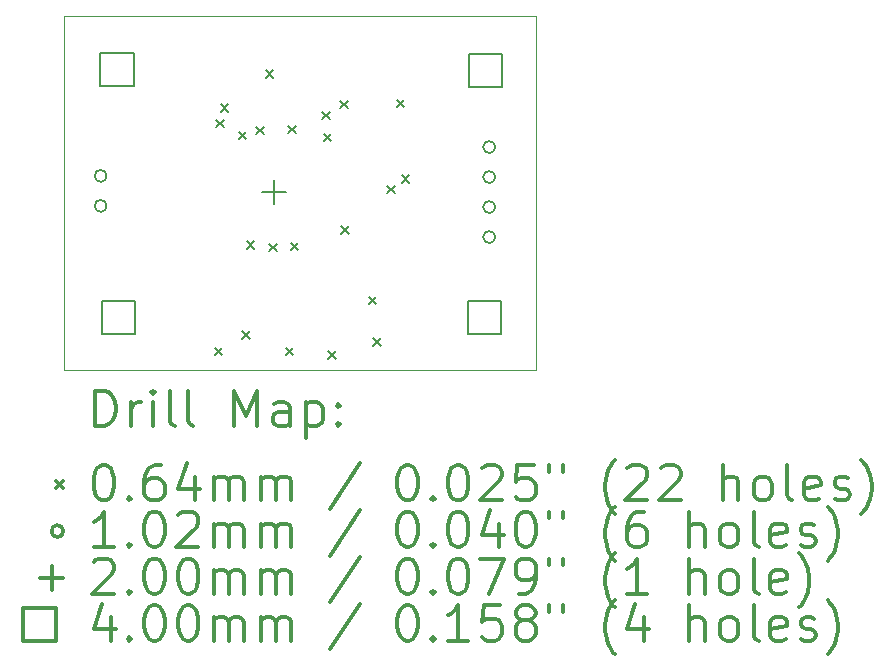
<source format=gbr>
%FSLAX45Y45*%
G04 Gerber Fmt 4.5, Leading zero omitted, Abs format (unit mm)*
G04 Created by KiCad (PCBNEW (2014-10-27 BZR 5228)-product) date 19/01/2015 07:29:36*
%MOMM*%
G01*
G04 APERTURE LIST*
%ADD10C,0.127000*%
%ADD11C,0.100000*%
%ADD12C,0.200000*%
%ADD13C,0.300000*%
G04 APERTURE END LIST*
D10*
D11*
X12400000Y-10000000D02*
X16400000Y-10000000D01*
X16400000Y-13000000D02*
X12400000Y-13000000D01*
X12400000Y-13000000D02*
X12400000Y-10000000D01*
X16400000Y-10000000D02*
X16400000Y-13000000D01*
D12*
X13678250Y-12808250D02*
X13741750Y-12871750D01*
X13741750Y-12808250D02*
X13678250Y-12871750D01*
X13688250Y-10878250D02*
X13751750Y-10941750D01*
X13751750Y-10878250D02*
X13688250Y-10941750D01*
X13728250Y-10748250D02*
X13791750Y-10811750D01*
X13791750Y-10748250D02*
X13728250Y-10811750D01*
X13878250Y-10978250D02*
X13941750Y-11041750D01*
X13941750Y-10978250D02*
X13878250Y-11041750D01*
X13908250Y-12668250D02*
X13971750Y-12731750D01*
X13971750Y-12668250D02*
X13908250Y-12731750D01*
X13948250Y-11908250D02*
X14011750Y-11971750D01*
X14011750Y-11908250D02*
X13948250Y-11971750D01*
X14028250Y-10938250D02*
X14091750Y-11001750D01*
X14091750Y-10938250D02*
X14028250Y-11001750D01*
X14108250Y-10458250D02*
X14171750Y-10521750D01*
X14171750Y-10458250D02*
X14108250Y-10521750D01*
X14138250Y-11928250D02*
X14201750Y-11991750D01*
X14201750Y-11928250D02*
X14138250Y-11991750D01*
X14278250Y-12808250D02*
X14341750Y-12871750D01*
X14341750Y-12808250D02*
X14278250Y-12871750D01*
X14298250Y-10928250D02*
X14361750Y-10991750D01*
X14361750Y-10928250D02*
X14298250Y-10991750D01*
X14318250Y-11918250D02*
X14381750Y-11981750D01*
X14381750Y-11918250D02*
X14318250Y-11981750D01*
X14588250Y-10808250D02*
X14651750Y-10871750D01*
X14651750Y-10808250D02*
X14588250Y-10871750D01*
X14598250Y-10998250D02*
X14661750Y-11061750D01*
X14661750Y-10998250D02*
X14598250Y-11061750D01*
X14638250Y-12838250D02*
X14701750Y-12901750D01*
X14701750Y-12838250D02*
X14638250Y-12901750D01*
X14738250Y-10718250D02*
X14801750Y-10781750D01*
X14801750Y-10718250D02*
X14738250Y-10781750D01*
X14748250Y-11778250D02*
X14811750Y-11841750D01*
X14811750Y-11778250D02*
X14748250Y-11841750D01*
X14978250Y-12378250D02*
X15041750Y-12441750D01*
X15041750Y-12378250D02*
X14978250Y-12441750D01*
X15018250Y-12728250D02*
X15081750Y-12791750D01*
X15081750Y-12728250D02*
X15018250Y-12791750D01*
X15138250Y-11438250D02*
X15201750Y-11501750D01*
X15201750Y-11438250D02*
X15138250Y-11501750D01*
X15218250Y-10708250D02*
X15281750Y-10771750D01*
X15281750Y-10708250D02*
X15218250Y-10771750D01*
X15258250Y-11348250D02*
X15321750Y-11411750D01*
X15321750Y-11348250D02*
X15258250Y-11411750D01*
X12760800Y-11353000D02*
G75*
G03X12760800Y-11353000I-50800J0D01*
G01*
X12760800Y-11607000D02*
G75*
G03X12760800Y-11607000I-50800J0D01*
G01*
X16050800Y-11109000D02*
G75*
G03X16050800Y-11109000I-50800J0D01*
G01*
X16050800Y-11363000D02*
G75*
G03X16050800Y-11363000I-50800J0D01*
G01*
X16050800Y-11617000D02*
G75*
G03X16050800Y-11617000I-50800J0D01*
G01*
X16050800Y-11871000D02*
G75*
G03X16050800Y-11871000I-50800J0D01*
G01*
X14180000Y-11390000D02*
X14180000Y-11590000D01*
X14080000Y-11490000D02*
X14280000Y-11490000D01*
X12991440Y-10591440D02*
X12991440Y-10308560D01*
X12708560Y-10308560D01*
X12708560Y-10591440D01*
X12991440Y-10591440D01*
X13001440Y-12691440D02*
X13001440Y-12408560D01*
X12718560Y-12408560D01*
X12718560Y-12691440D01*
X13001440Y-12691440D01*
X16101440Y-12691440D02*
X16101440Y-12408560D01*
X15818560Y-12408560D01*
X15818560Y-12691440D01*
X16101440Y-12691440D01*
X16111440Y-10601440D02*
X16111440Y-10318560D01*
X15828560Y-10318560D01*
X15828560Y-10601440D01*
X16111440Y-10601440D01*
D13*
X12666428Y-13470714D02*
X12666428Y-13170714D01*
X12737857Y-13170714D01*
X12780714Y-13185000D01*
X12809286Y-13213571D01*
X12823571Y-13242143D01*
X12837857Y-13299286D01*
X12837857Y-13342143D01*
X12823571Y-13399286D01*
X12809286Y-13427857D01*
X12780714Y-13456429D01*
X12737857Y-13470714D01*
X12666428Y-13470714D01*
X12966428Y-13470714D02*
X12966428Y-13270714D01*
X12966428Y-13327857D02*
X12980714Y-13299286D01*
X12995000Y-13285000D01*
X13023571Y-13270714D01*
X13052143Y-13270714D01*
X13152143Y-13470714D02*
X13152143Y-13270714D01*
X13152143Y-13170714D02*
X13137857Y-13185000D01*
X13152143Y-13199286D01*
X13166428Y-13185000D01*
X13152143Y-13170714D01*
X13152143Y-13199286D01*
X13337857Y-13470714D02*
X13309286Y-13456429D01*
X13295000Y-13427857D01*
X13295000Y-13170714D01*
X13495000Y-13470714D02*
X13466428Y-13456429D01*
X13452143Y-13427857D01*
X13452143Y-13170714D01*
X13837857Y-13470714D02*
X13837857Y-13170714D01*
X13937857Y-13385000D01*
X14037857Y-13170714D01*
X14037857Y-13470714D01*
X14309286Y-13470714D02*
X14309286Y-13313571D01*
X14295000Y-13285000D01*
X14266428Y-13270714D01*
X14209286Y-13270714D01*
X14180714Y-13285000D01*
X14309286Y-13456429D02*
X14280714Y-13470714D01*
X14209286Y-13470714D01*
X14180714Y-13456429D01*
X14166428Y-13427857D01*
X14166428Y-13399286D01*
X14180714Y-13370714D01*
X14209286Y-13356429D01*
X14280714Y-13356429D01*
X14309286Y-13342143D01*
X14452143Y-13270714D02*
X14452143Y-13570714D01*
X14452143Y-13285000D02*
X14480714Y-13270714D01*
X14537857Y-13270714D01*
X14566428Y-13285000D01*
X14580714Y-13299286D01*
X14595000Y-13327857D01*
X14595000Y-13413571D01*
X14580714Y-13442143D01*
X14566428Y-13456429D01*
X14537857Y-13470714D01*
X14480714Y-13470714D01*
X14452143Y-13456429D01*
X14723571Y-13442143D02*
X14737857Y-13456429D01*
X14723571Y-13470714D01*
X14709286Y-13456429D01*
X14723571Y-13442143D01*
X14723571Y-13470714D01*
X14723571Y-13285000D02*
X14737857Y-13299286D01*
X14723571Y-13313571D01*
X14709286Y-13299286D01*
X14723571Y-13285000D01*
X14723571Y-13313571D01*
X12331500Y-13933250D02*
X12395000Y-13996750D01*
X12395000Y-13933250D02*
X12331500Y-13996750D01*
X12723571Y-13800714D02*
X12752143Y-13800714D01*
X12780714Y-13815000D01*
X12795000Y-13829286D01*
X12809286Y-13857857D01*
X12823571Y-13915000D01*
X12823571Y-13986429D01*
X12809286Y-14043571D01*
X12795000Y-14072143D01*
X12780714Y-14086429D01*
X12752143Y-14100714D01*
X12723571Y-14100714D01*
X12695000Y-14086429D01*
X12680714Y-14072143D01*
X12666428Y-14043571D01*
X12652143Y-13986429D01*
X12652143Y-13915000D01*
X12666428Y-13857857D01*
X12680714Y-13829286D01*
X12695000Y-13815000D01*
X12723571Y-13800714D01*
X12952143Y-14072143D02*
X12966428Y-14086429D01*
X12952143Y-14100714D01*
X12937857Y-14086429D01*
X12952143Y-14072143D01*
X12952143Y-14100714D01*
X13223571Y-13800714D02*
X13166428Y-13800714D01*
X13137857Y-13815000D01*
X13123571Y-13829286D01*
X13095000Y-13872143D01*
X13080714Y-13929286D01*
X13080714Y-14043571D01*
X13095000Y-14072143D01*
X13109286Y-14086429D01*
X13137857Y-14100714D01*
X13195000Y-14100714D01*
X13223571Y-14086429D01*
X13237857Y-14072143D01*
X13252143Y-14043571D01*
X13252143Y-13972143D01*
X13237857Y-13943571D01*
X13223571Y-13929286D01*
X13195000Y-13915000D01*
X13137857Y-13915000D01*
X13109286Y-13929286D01*
X13095000Y-13943571D01*
X13080714Y-13972143D01*
X13509286Y-13900714D02*
X13509286Y-14100714D01*
X13437857Y-13786429D02*
X13366428Y-14000714D01*
X13552143Y-14000714D01*
X13666428Y-14100714D02*
X13666428Y-13900714D01*
X13666428Y-13929286D02*
X13680714Y-13915000D01*
X13709286Y-13900714D01*
X13752143Y-13900714D01*
X13780714Y-13915000D01*
X13795000Y-13943571D01*
X13795000Y-14100714D01*
X13795000Y-13943571D02*
X13809286Y-13915000D01*
X13837857Y-13900714D01*
X13880714Y-13900714D01*
X13909286Y-13915000D01*
X13923571Y-13943571D01*
X13923571Y-14100714D01*
X14066428Y-14100714D02*
X14066428Y-13900714D01*
X14066428Y-13929286D02*
X14080714Y-13915000D01*
X14109286Y-13900714D01*
X14152143Y-13900714D01*
X14180714Y-13915000D01*
X14195000Y-13943571D01*
X14195000Y-14100714D01*
X14195000Y-13943571D02*
X14209286Y-13915000D01*
X14237857Y-13900714D01*
X14280714Y-13900714D01*
X14309286Y-13915000D01*
X14323571Y-13943571D01*
X14323571Y-14100714D01*
X14909286Y-13786429D02*
X14652143Y-14172143D01*
X15295000Y-13800714D02*
X15323571Y-13800714D01*
X15352143Y-13815000D01*
X15366428Y-13829286D01*
X15380714Y-13857857D01*
X15395000Y-13915000D01*
X15395000Y-13986429D01*
X15380714Y-14043571D01*
X15366428Y-14072143D01*
X15352143Y-14086429D01*
X15323571Y-14100714D01*
X15295000Y-14100714D01*
X15266428Y-14086429D01*
X15252143Y-14072143D01*
X15237857Y-14043571D01*
X15223571Y-13986429D01*
X15223571Y-13915000D01*
X15237857Y-13857857D01*
X15252143Y-13829286D01*
X15266428Y-13815000D01*
X15295000Y-13800714D01*
X15523571Y-14072143D02*
X15537857Y-14086429D01*
X15523571Y-14100714D01*
X15509286Y-14086429D01*
X15523571Y-14072143D01*
X15523571Y-14100714D01*
X15723571Y-13800714D02*
X15752143Y-13800714D01*
X15780714Y-13815000D01*
X15795000Y-13829286D01*
X15809285Y-13857857D01*
X15823571Y-13915000D01*
X15823571Y-13986429D01*
X15809285Y-14043571D01*
X15795000Y-14072143D01*
X15780714Y-14086429D01*
X15752143Y-14100714D01*
X15723571Y-14100714D01*
X15695000Y-14086429D01*
X15680714Y-14072143D01*
X15666428Y-14043571D01*
X15652143Y-13986429D01*
X15652143Y-13915000D01*
X15666428Y-13857857D01*
X15680714Y-13829286D01*
X15695000Y-13815000D01*
X15723571Y-13800714D01*
X15937857Y-13829286D02*
X15952143Y-13815000D01*
X15980714Y-13800714D01*
X16052143Y-13800714D01*
X16080714Y-13815000D01*
X16095000Y-13829286D01*
X16109285Y-13857857D01*
X16109285Y-13886429D01*
X16095000Y-13929286D01*
X15923571Y-14100714D01*
X16109285Y-14100714D01*
X16380714Y-13800714D02*
X16237857Y-13800714D01*
X16223571Y-13943571D01*
X16237857Y-13929286D01*
X16266428Y-13915000D01*
X16337857Y-13915000D01*
X16366428Y-13929286D01*
X16380714Y-13943571D01*
X16395000Y-13972143D01*
X16395000Y-14043571D01*
X16380714Y-14072143D01*
X16366428Y-14086429D01*
X16337857Y-14100714D01*
X16266428Y-14100714D01*
X16237857Y-14086429D01*
X16223571Y-14072143D01*
X16509286Y-13800714D02*
X16509286Y-13857857D01*
X16623571Y-13800714D02*
X16623571Y-13857857D01*
X17066428Y-14215000D02*
X17052143Y-14200714D01*
X17023571Y-14157857D01*
X17009286Y-14129286D01*
X16995000Y-14086429D01*
X16980714Y-14015000D01*
X16980714Y-13957857D01*
X16995000Y-13886429D01*
X17009286Y-13843571D01*
X17023571Y-13815000D01*
X17052143Y-13772143D01*
X17066428Y-13757857D01*
X17166428Y-13829286D02*
X17180714Y-13815000D01*
X17209286Y-13800714D01*
X17280714Y-13800714D01*
X17309286Y-13815000D01*
X17323571Y-13829286D01*
X17337857Y-13857857D01*
X17337857Y-13886429D01*
X17323571Y-13929286D01*
X17152143Y-14100714D01*
X17337857Y-14100714D01*
X17452143Y-13829286D02*
X17466428Y-13815000D01*
X17495000Y-13800714D01*
X17566428Y-13800714D01*
X17595000Y-13815000D01*
X17609286Y-13829286D01*
X17623571Y-13857857D01*
X17623571Y-13886429D01*
X17609286Y-13929286D01*
X17437857Y-14100714D01*
X17623571Y-14100714D01*
X17980714Y-14100714D02*
X17980714Y-13800714D01*
X18109286Y-14100714D02*
X18109286Y-13943571D01*
X18095000Y-13915000D01*
X18066428Y-13900714D01*
X18023571Y-13900714D01*
X17995000Y-13915000D01*
X17980714Y-13929286D01*
X18295000Y-14100714D02*
X18266428Y-14086429D01*
X18252143Y-14072143D01*
X18237857Y-14043571D01*
X18237857Y-13957857D01*
X18252143Y-13929286D01*
X18266428Y-13915000D01*
X18295000Y-13900714D01*
X18337857Y-13900714D01*
X18366428Y-13915000D01*
X18380714Y-13929286D01*
X18395000Y-13957857D01*
X18395000Y-14043571D01*
X18380714Y-14072143D01*
X18366428Y-14086429D01*
X18337857Y-14100714D01*
X18295000Y-14100714D01*
X18566428Y-14100714D02*
X18537857Y-14086429D01*
X18523571Y-14057857D01*
X18523571Y-13800714D01*
X18795000Y-14086429D02*
X18766429Y-14100714D01*
X18709286Y-14100714D01*
X18680714Y-14086429D01*
X18666429Y-14057857D01*
X18666429Y-13943571D01*
X18680714Y-13915000D01*
X18709286Y-13900714D01*
X18766429Y-13900714D01*
X18795000Y-13915000D01*
X18809286Y-13943571D01*
X18809286Y-13972143D01*
X18666429Y-14000714D01*
X18923571Y-14086429D02*
X18952143Y-14100714D01*
X19009286Y-14100714D01*
X19037857Y-14086429D01*
X19052143Y-14057857D01*
X19052143Y-14043571D01*
X19037857Y-14015000D01*
X19009286Y-14000714D01*
X18966429Y-14000714D01*
X18937857Y-13986429D01*
X18923571Y-13957857D01*
X18923571Y-13943571D01*
X18937857Y-13915000D01*
X18966429Y-13900714D01*
X19009286Y-13900714D01*
X19037857Y-13915000D01*
X19152143Y-14215000D02*
X19166429Y-14200714D01*
X19195000Y-14157857D01*
X19209286Y-14129286D01*
X19223571Y-14086429D01*
X19237857Y-14015000D01*
X19237857Y-13957857D01*
X19223571Y-13886429D01*
X19209286Y-13843571D01*
X19195000Y-13815000D01*
X19166429Y-13772143D01*
X19152143Y-13757857D01*
X12395000Y-14361000D02*
G75*
G03X12395000Y-14361000I-50800J0D01*
G01*
X12823571Y-14496714D02*
X12652143Y-14496714D01*
X12737857Y-14496714D02*
X12737857Y-14196714D01*
X12709286Y-14239571D01*
X12680714Y-14268143D01*
X12652143Y-14282429D01*
X12952143Y-14468143D02*
X12966428Y-14482429D01*
X12952143Y-14496714D01*
X12937857Y-14482429D01*
X12952143Y-14468143D01*
X12952143Y-14496714D01*
X13152143Y-14196714D02*
X13180714Y-14196714D01*
X13209286Y-14211000D01*
X13223571Y-14225286D01*
X13237857Y-14253857D01*
X13252143Y-14311000D01*
X13252143Y-14382429D01*
X13237857Y-14439571D01*
X13223571Y-14468143D01*
X13209286Y-14482429D01*
X13180714Y-14496714D01*
X13152143Y-14496714D01*
X13123571Y-14482429D01*
X13109286Y-14468143D01*
X13095000Y-14439571D01*
X13080714Y-14382429D01*
X13080714Y-14311000D01*
X13095000Y-14253857D01*
X13109286Y-14225286D01*
X13123571Y-14211000D01*
X13152143Y-14196714D01*
X13366428Y-14225286D02*
X13380714Y-14211000D01*
X13409286Y-14196714D01*
X13480714Y-14196714D01*
X13509286Y-14211000D01*
X13523571Y-14225286D01*
X13537857Y-14253857D01*
X13537857Y-14282429D01*
X13523571Y-14325286D01*
X13352143Y-14496714D01*
X13537857Y-14496714D01*
X13666428Y-14496714D02*
X13666428Y-14296714D01*
X13666428Y-14325286D02*
X13680714Y-14311000D01*
X13709286Y-14296714D01*
X13752143Y-14296714D01*
X13780714Y-14311000D01*
X13795000Y-14339571D01*
X13795000Y-14496714D01*
X13795000Y-14339571D02*
X13809286Y-14311000D01*
X13837857Y-14296714D01*
X13880714Y-14296714D01*
X13909286Y-14311000D01*
X13923571Y-14339571D01*
X13923571Y-14496714D01*
X14066428Y-14496714D02*
X14066428Y-14296714D01*
X14066428Y-14325286D02*
X14080714Y-14311000D01*
X14109286Y-14296714D01*
X14152143Y-14296714D01*
X14180714Y-14311000D01*
X14195000Y-14339571D01*
X14195000Y-14496714D01*
X14195000Y-14339571D02*
X14209286Y-14311000D01*
X14237857Y-14296714D01*
X14280714Y-14296714D01*
X14309286Y-14311000D01*
X14323571Y-14339571D01*
X14323571Y-14496714D01*
X14909286Y-14182429D02*
X14652143Y-14568143D01*
X15295000Y-14196714D02*
X15323571Y-14196714D01*
X15352143Y-14211000D01*
X15366428Y-14225286D01*
X15380714Y-14253857D01*
X15395000Y-14311000D01*
X15395000Y-14382429D01*
X15380714Y-14439571D01*
X15366428Y-14468143D01*
X15352143Y-14482429D01*
X15323571Y-14496714D01*
X15295000Y-14496714D01*
X15266428Y-14482429D01*
X15252143Y-14468143D01*
X15237857Y-14439571D01*
X15223571Y-14382429D01*
X15223571Y-14311000D01*
X15237857Y-14253857D01*
X15252143Y-14225286D01*
X15266428Y-14211000D01*
X15295000Y-14196714D01*
X15523571Y-14468143D02*
X15537857Y-14482429D01*
X15523571Y-14496714D01*
X15509286Y-14482429D01*
X15523571Y-14468143D01*
X15523571Y-14496714D01*
X15723571Y-14196714D02*
X15752143Y-14196714D01*
X15780714Y-14211000D01*
X15795000Y-14225286D01*
X15809285Y-14253857D01*
X15823571Y-14311000D01*
X15823571Y-14382429D01*
X15809285Y-14439571D01*
X15795000Y-14468143D01*
X15780714Y-14482429D01*
X15752143Y-14496714D01*
X15723571Y-14496714D01*
X15695000Y-14482429D01*
X15680714Y-14468143D01*
X15666428Y-14439571D01*
X15652143Y-14382429D01*
X15652143Y-14311000D01*
X15666428Y-14253857D01*
X15680714Y-14225286D01*
X15695000Y-14211000D01*
X15723571Y-14196714D01*
X16080714Y-14296714D02*
X16080714Y-14496714D01*
X16009285Y-14182429D02*
X15937857Y-14396714D01*
X16123571Y-14396714D01*
X16295000Y-14196714D02*
X16323571Y-14196714D01*
X16352143Y-14211000D01*
X16366428Y-14225286D01*
X16380714Y-14253857D01*
X16395000Y-14311000D01*
X16395000Y-14382429D01*
X16380714Y-14439571D01*
X16366428Y-14468143D01*
X16352143Y-14482429D01*
X16323571Y-14496714D01*
X16295000Y-14496714D01*
X16266428Y-14482429D01*
X16252143Y-14468143D01*
X16237857Y-14439571D01*
X16223571Y-14382429D01*
X16223571Y-14311000D01*
X16237857Y-14253857D01*
X16252143Y-14225286D01*
X16266428Y-14211000D01*
X16295000Y-14196714D01*
X16509286Y-14196714D02*
X16509286Y-14253857D01*
X16623571Y-14196714D02*
X16623571Y-14253857D01*
X17066428Y-14611000D02*
X17052143Y-14596714D01*
X17023571Y-14553857D01*
X17009286Y-14525286D01*
X16995000Y-14482429D01*
X16980714Y-14411000D01*
X16980714Y-14353857D01*
X16995000Y-14282429D01*
X17009286Y-14239571D01*
X17023571Y-14211000D01*
X17052143Y-14168143D01*
X17066428Y-14153857D01*
X17309286Y-14196714D02*
X17252143Y-14196714D01*
X17223571Y-14211000D01*
X17209286Y-14225286D01*
X17180714Y-14268143D01*
X17166428Y-14325286D01*
X17166428Y-14439571D01*
X17180714Y-14468143D01*
X17195000Y-14482429D01*
X17223571Y-14496714D01*
X17280714Y-14496714D01*
X17309286Y-14482429D01*
X17323571Y-14468143D01*
X17337857Y-14439571D01*
X17337857Y-14368143D01*
X17323571Y-14339571D01*
X17309286Y-14325286D01*
X17280714Y-14311000D01*
X17223571Y-14311000D01*
X17195000Y-14325286D01*
X17180714Y-14339571D01*
X17166428Y-14368143D01*
X17695000Y-14496714D02*
X17695000Y-14196714D01*
X17823571Y-14496714D02*
X17823571Y-14339571D01*
X17809286Y-14311000D01*
X17780714Y-14296714D01*
X17737857Y-14296714D01*
X17709286Y-14311000D01*
X17695000Y-14325286D01*
X18009286Y-14496714D02*
X17980714Y-14482429D01*
X17966428Y-14468143D01*
X17952143Y-14439571D01*
X17952143Y-14353857D01*
X17966428Y-14325286D01*
X17980714Y-14311000D01*
X18009286Y-14296714D01*
X18052143Y-14296714D01*
X18080714Y-14311000D01*
X18095000Y-14325286D01*
X18109286Y-14353857D01*
X18109286Y-14439571D01*
X18095000Y-14468143D01*
X18080714Y-14482429D01*
X18052143Y-14496714D01*
X18009286Y-14496714D01*
X18280714Y-14496714D02*
X18252143Y-14482429D01*
X18237857Y-14453857D01*
X18237857Y-14196714D01*
X18509286Y-14482429D02*
X18480714Y-14496714D01*
X18423571Y-14496714D01*
X18395000Y-14482429D01*
X18380714Y-14453857D01*
X18380714Y-14339571D01*
X18395000Y-14311000D01*
X18423571Y-14296714D01*
X18480714Y-14296714D01*
X18509286Y-14311000D01*
X18523571Y-14339571D01*
X18523571Y-14368143D01*
X18380714Y-14396714D01*
X18637857Y-14482429D02*
X18666429Y-14496714D01*
X18723571Y-14496714D01*
X18752143Y-14482429D01*
X18766429Y-14453857D01*
X18766429Y-14439571D01*
X18752143Y-14411000D01*
X18723571Y-14396714D01*
X18680714Y-14396714D01*
X18652143Y-14382429D01*
X18637857Y-14353857D01*
X18637857Y-14339571D01*
X18652143Y-14311000D01*
X18680714Y-14296714D01*
X18723571Y-14296714D01*
X18752143Y-14311000D01*
X18866428Y-14611000D02*
X18880714Y-14596714D01*
X18909286Y-14553857D01*
X18923571Y-14525286D01*
X18937857Y-14482429D01*
X18952143Y-14411000D01*
X18952143Y-14353857D01*
X18937857Y-14282429D01*
X18923571Y-14239571D01*
X18909286Y-14211000D01*
X18880714Y-14168143D01*
X18866428Y-14153857D01*
X12295000Y-14657000D02*
X12295000Y-14857000D01*
X12195000Y-14757000D02*
X12395000Y-14757000D01*
X12652143Y-14621286D02*
X12666428Y-14607000D01*
X12695000Y-14592714D01*
X12766428Y-14592714D01*
X12795000Y-14607000D01*
X12809286Y-14621286D01*
X12823571Y-14649857D01*
X12823571Y-14678429D01*
X12809286Y-14721286D01*
X12637857Y-14892714D01*
X12823571Y-14892714D01*
X12952143Y-14864143D02*
X12966428Y-14878429D01*
X12952143Y-14892714D01*
X12937857Y-14878429D01*
X12952143Y-14864143D01*
X12952143Y-14892714D01*
X13152143Y-14592714D02*
X13180714Y-14592714D01*
X13209286Y-14607000D01*
X13223571Y-14621286D01*
X13237857Y-14649857D01*
X13252143Y-14707000D01*
X13252143Y-14778429D01*
X13237857Y-14835571D01*
X13223571Y-14864143D01*
X13209286Y-14878429D01*
X13180714Y-14892714D01*
X13152143Y-14892714D01*
X13123571Y-14878429D01*
X13109286Y-14864143D01*
X13095000Y-14835571D01*
X13080714Y-14778429D01*
X13080714Y-14707000D01*
X13095000Y-14649857D01*
X13109286Y-14621286D01*
X13123571Y-14607000D01*
X13152143Y-14592714D01*
X13437857Y-14592714D02*
X13466428Y-14592714D01*
X13495000Y-14607000D01*
X13509286Y-14621286D01*
X13523571Y-14649857D01*
X13537857Y-14707000D01*
X13537857Y-14778429D01*
X13523571Y-14835571D01*
X13509286Y-14864143D01*
X13495000Y-14878429D01*
X13466428Y-14892714D01*
X13437857Y-14892714D01*
X13409286Y-14878429D01*
X13395000Y-14864143D01*
X13380714Y-14835571D01*
X13366428Y-14778429D01*
X13366428Y-14707000D01*
X13380714Y-14649857D01*
X13395000Y-14621286D01*
X13409286Y-14607000D01*
X13437857Y-14592714D01*
X13666428Y-14892714D02*
X13666428Y-14692714D01*
X13666428Y-14721286D02*
X13680714Y-14707000D01*
X13709286Y-14692714D01*
X13752143Y-14692714D01*
X13780714Y-14707000D01*
X13795000Y-14735571D01*
X13795000Y-14892714D01*
X13795000Y-14735571D02*
X13809286Y-14707000D01*
X13837857Y-14692714D01*
X13880714Y-14692714D01*
X13909286Y-14707000D01*
X13923571Y-14735571D01*
X13923571Y-14892714D01*
X14066428Y-14892714D02*
X14066428Y-14692714D01*
X14066428Y-14721286D02*
X14080714Y-14707000D01*
X14109286Y-14692714D01*
X14152143Y-14692714D01*
X14180714Y-14707000D01*
X14195000Y-14735571D01*
X14195000Y-14892714D01*
X14195000Y-14735571D02*
X14209286Y-14707000D01*
X14237857Y-14692714D01*
X14280714Y-14692714D01*
X14309286Y-14707000D01*
X14323571Y-14735571D01*
X14323571Y-14892714D01*
X14909286Y-14578429D02*
X14652143Y-14964143D01*
X15295000Y-14592714D02*
X15323571Y-14592714D01*
X15352143Y-14607000D01*
X15366428Y-14621286D01*
X15380714Y-14649857D01*
X15395000Y-14707000D01*
X15395000Y-14778429D01*
X15380714Y-14835571D01*
X15366428Y-14864143D01*
X15352143Y-14878429D01*
X15323571Y-14892714D01*
X15295000Y-14892714D01*
X15266428Y-14878429D01*
X15252143Y-14864143D01*
X15237857Y-14835571D01*
X15223571Y-14778429D01*
X15223571Y-14707000D01*
X15237857Y-14649857D01*
X15252143Y-14621286D01*
X15266428Y-14607000D01*
X15295000Y-14592714D01*
X15523571Y-14864143D02*
X15537857Y-14878429D01*
X15523571Y-14892714D01*
X15509286Y-14878429D01*
X15523571Y-14864143D01*
X15523571Y-14892714D01*
X15723571Y-14592714D02*
X15752143Y-14592714D01*
X15780714Y-14607000D01*
X15795000Y-14621286D01*
X15809285Y-14649857D01*
X15823571Y-14707000D01*
X15823571Y-14778429D01*
X15809285Y-14835571D01*
X15795000Y-14864143D01*
X15780714Y-14878429D01*
X15752143Y-14892714D01*
X15723571Y-14892714D01*
X15695000Y-14878429D01*
X15680714Y-14864143D01*
X15666428Y-14835571D01*
X15652143Y-14778429D01*
X15652143Y-14707000D01*
X15666428Y-14649857D01*
X15680714Y-14621286D01*
X15695000Y-14607000D01*
X15723571Y-14592714D01*
X15923571Y-14592714D02*
X16123571Y-14592714D01*
X15995000Y-14892714D01*
X16252143Y-14892714D02*
X16309285Y-14892714D01*
X16337857Y-14878429D01*
X16352143Y-14864143D01*
X16380714Y-14821286D01*
X16395000Y-14764143D01*
X16395000Y-14649857D01*
X16380714Y-14621286D01*
X16366428Y-14607000D01*
X16337857Y-14592714D01*
X16280714Y-14592714D01*
X16252143Y-14607000D01*
X16237857Y-14621286D01*
X16223571Y-14649857D01*
X16223571Y-14721286D01*
X16237857Y-14749857D01*
X16252143Y-14764143D01*
X16280714Y-14778429D01*
X16337857Y-14778429D01*
X16366428Y-14764143D01*
X16380714Y-14749857D01*
X16395000Y-14721286D01*
X16509286Y-14592714D02*
X16509286Y-14649857D01*
X16623571Y-14592714D02*
X16623571Y-14649857D01*
X17066428Y-15007000D02*
X17052143Y-14992714D01*
X17023571Y-14949857D01*
X17009286Y-14921286D01*
X16995000Y-14878429D01*
X16980714Y-14807000D01*
X16980714Y-14749857D01*
X16995000Y-14678429D01*
X17009286Y-14635571D01*
X17023571Y-14607000D01*
X17052143Y-14564143D01*
X17066428Y-14549857D01*
X17337857Y-14892714D02*
X17166428Y-14892714D01*
X17252143Y-14892714D02*
X17252143Y-14592714D01*
X17223571Y-14635571D01*
X17195000Y-14664143D01*
X17166428Y-14678429D01*
X17695000Y-14892714D02*
X17695000Y-14592714D01*
X17823571Y-14892714D02*
X17823571Y-14735571D01*
X17809286Y-14707000D01*
X17780714Y-14692714D01*
X17737857Y-14692714D01*
X17709286Y-14707000D01*
X17695000Y-14721286D01*
X18009286Y-14892714D02*
X17980714Y-14878429D01*
X17966428Y-14864143D01*
X17952143Y-14835571D01*
X17952143Y-14749857D01*
X17966428Y-14721286D01*
X17980714Y-14707000D01*
X18009286Y-14692714D01*
X18052143Y-14692714D01*
X18080714Y-14707000D01*
X18095000Y-14721286D01*
X18109286Y-14749857D01*
X18109286Y-14835571D01*
X18095000Y-14864143D01*
X18080714Y-14878429D01*
X18052143Y-14892714D01*
X18009286Y-14892714D01*
X18280714Y-14892714D02*
X18252143Y-14878429D01*
X18237857Y-14849857D01*
X18237857Y-14592714D01*
X18509286Y-14878429D02*
X18480714Y-14892714D01*
X18423571Y-14892714D01*
X18395000Y-14878429D01*
X18380714Y-14849857D01*
X18380714Y-14735571D01*
X18395000Y-14707000D01*
X18423571Y-14692714D01*
X18480714Y-14692714D01*
X18509286Y-14707000D01*
X18523571Y-14735571D01*
X18523571Y-14764143D01*
X18380714Y-14792714D01*
X18623571Y-15007000D02*
X18637857Y-14992714D01*
X18666429Y-14949857D01*
X18680714Y-14921286D01*
X18695000Y-14878429D01*
X18709286Y-14807000D01*
X18709286Y-14749857D01*
X18695000Y-14678429D01*
X18680714Y-14635571D01*
X18666429Y-14607000D01*
X18637857Y-14564143D01*
X18623571Y-14549857D01*
X12336415Y-15294440D02*
X12336415Y-15011560D01*
X12053534Y-15011560D01*
X12053534Y-15294440D01*
X12336415Y-15294440D01*
X12795000Y-15088714D02*
X12795000Y-15288714D01*
X12723571Y-14974429D02*
X12652143Y-15188714D01*
X12837857Y-15188714D01*
X12952143Y-15260143D02*
X12966428Y-15274429D01*
X12952143Y-15288714D01*
X12937857Y-15274429D01*
X12952143Y-15260143D01*
X12952143Y-15288714D01*
X13152143Y-14988714D02*
X13180714Y-14988714D01*
X13209286Y-15003000D01*
X13223571Y-15017286D01*
X13237857Y-15045857D01*
X13252143Y-15103000D01*
X13252143Y-15174429D01*
X13237857Y-15231571D01*
X13223571Y-15260143D01*
X13209286Y-15274429D01*
X13180714Y-15288714D01*
X13152143Y-15288714D01*
X13123571Y-15274429D01*
X13109286Y-15260143D01*
X13095000Y-15231571D01*
X13080714Y-15174429D01*
X13080714Y-15103000D01*
X13095000Y-15045857D01*
X13109286Y-15017286D01*
X13123571Y-15003000D01*
X13152143Y-14988714D01*
X13437857Y-14988714D02*
X13466428Y-14988714D01*
X13495000Y-15003000D01*
X13509286Y-15017286D01*
X13523571Y-15045857D01*
X13537857Y-15103000D01*
X13537857Y-15174429D01*
X13523571Y-15231571D01*
X13509286Y-15260143D01*
X13495000Y-15274429D01*
X13466428Y-15288714D01*
X13437857Y-15288714D01*
X13409286Y-15274429D01*
X13395000Y-15260143D01*
X13380714Y-15231571D01*
X13366428Y-15174429D01*
X13366428Y-15103000D01*
X13380714Y-15045857D01*
X13395000Y-15017286D01*
X13409286Y-15003000D01*
X13437857Y-14988714D01*
X13666428Y-15288714D02*
X13666428Y-15088714D01*
X13666428Y-15117286D02*
X13680714Y-15103000D01*
X13709286Y-15088714D01*
X13752143Y-15088714D01*
X13780714Y-15103000D01*
X13795000Y-15131571D01*
X13795000Y-15288714D01*
X13795000Y-15131571D02*
X13809286Y-15103000D01*
X13837857Y-15088714D01*
X13880714Y-15088714D01*
X13909286Y-15103000D01*
X13923571Y-15131571D01*
X13923571Y-15288714D01*
X14066428Y-15288714D02*
X14066428Y-15088714D01*
X14066428Y-15117286D02*
X14080714Y-15103000D01*
X14109286Y-15088714D01*
X14152143Y-15088714D01*
X14180714Y-15103000D01*
X14195000Y-15131571D01*
X14195000Y-15288714D01*
X14195000Y-15131571D02*
X14209286Y-15103000D01*
X14237857Y-15088714D01*
X14280714Y-15088714D01*
X14309286Y-15103000D01*
X14323571Y-15131571D01*
X14323571Y-15288714D01*
X14909286Y-14974429D02*
X14652143Y-15360143D01*
X15295000Y-14988714D02*
X15323571Y-14988714D01*
X15352143Y-15003000D01*
X15366428Y-15017286D01*
X15380714Y-15045857D01*
X15395000Y-15103000D01*
X15395000Y-15174429D01*
X15380714Y-15231571D01*
X15366428Y-15260143D01*
X15352143Y-15274429D01*
X15323571Y-15288714D01*
X15295000Y-15288714D01*
X15266428Y-15274429D01*
X15252143Y-15260143D01*
X15237857Y-15231571D01*
X15223571Y-15174429D01*
X15223571Y-15103000D01*
X15237857Y-15045857D01*
X15252143Y-15017286D01*
X15266428Y-15003000D01*
X15295000Y-14988714D01*
X15523571Y-15260143D02*
X15537857Y-15274429D01*
X15523571Y-15288714D01*
X15509286Y-15274429D01*
X15523571Y-15260143D01*
X15523571Y-15288714D01*
X15823571Y-15288714D02*
X15652143Y-15288714D01*
X15737857Y-15288714D02*
X15737857Y-14988714D01*
X15709285Y-15031571D01*
X15680714Y-15060143D01*
X15652143Y-15074429D01*
X16095000Y-14988714D02*
X15952143Y-14988714D01*
X15937857Y-15131571D01*
X15952143Y-15117286D01*
X15980714Y-15103000D01*
X16052143Y-15103000D01*
X16080714Y-15117286D01*
X16095000Y-15131571D01*
X16109285Y-15160143D01*
X16109285Y-15231571D01*
X16095000Y-15260143D01*
X16080714Y-15274429D01*
X16052143Y-15288714D01*
X15980714Y-15288714D01*
X15952143Y-15274429D01*
X15937857Y-15260143D01*
X16280714Y-15117286D02*
X16252143Y-15103000D01*
X16237857Y-15088714D01*
X16223571Y-15060143D01*
X16223571Y-15045857D01*
X16237857Y-15017286D01*
X16252143Y-15003000D01*
X16280714Y-14988714D01*
X16337857Y-14988714D01*
X16366428Y-15003000D01*
X16380714Y-15017286D01*
X16395000Y-15045857D01*
X16395000Y-15060143D01*
X16380714Y-15088714D01*
X16366428Y-15103000D01*
X16337857Y-15117286D01*
X16280714Y-15117286D01*
X16252143Y-15131571D01*
X16237857Y-15145857D01*
X16223571Y-15174429D01*
X16223571Y-15231571D01*
X16237857Y-15260143D01*
X16252143Y-15274429D01*
X16280714Y-15288714D01*
X16337857Y-15288714D01*
X16366428Y-15274429D01*
X16380714Y-15260143D01*
X16395000Y-15231571D01*
X16395000Y-15174429D01*
X16380714Y-15145857D01*
X16366428Y-15131571D01*
X16337857Y-15117286D01*
X16509286Y-14988714D02*
X16509286Y-15045857D01*
X16623571Y-14988714D02*
X16623571Y-15045857D01*
X17066428Y-15403000D02*
X17052143Y-15388714D01*
X17023571Y-15345857D01*
X17009286Y-15317286D01*
X16995000Y-15274429D01*
X16980714Y-15203000D01*
X16980714Y-15145857D01*
X16995000Y-15074429D01*
X17009286Y-15031571D01*
X17023571Y-15003000D01*
X17052143Y-14960143D01*
X17066428Y-14945857D01*
X17309286Y-15088714D02*
X17309286Y-15288714D01*
X17237857Y-14974429D02*
X17166428Y-15188714D01*
X17352143Y-15188714D01*
X17695000Y-15288714D02*
X17695000Y-14988714D01*
X17823571Y-15288714D02*
X17823571Y-15131571D01*
X17809286Y-15103000D01*
X17780714Y-15088714D01*
X17737857Y-15088714D01*
X17709286Y-15103000D01*
X17695000Y-15117286D01*
X18009286Y-15288714D02*
X17980714Y-15274429D01*
X17966428Y-15260143D01*
X17952143Y-15231571D01*
X17952143Y-15145857D01*
X17966428Y-15117286D01*
X17980714Y-15103000D01*
X18009286Y-15088714D01*
X18052143Y-15088714D01*
X18080714Y-15103000D01*
X18095000Y-15117286D01*
X18109286Y-15145857D01*
X18109286Y-15231571D01*
X18095000Y-15260143D01*
X18080714Y-15274429D01*
X18052143Y-15288714D01*
X18009286Y-15288714D01*
X18280714Y-15288714D02*
X18252143Y-15274429D01*
X18237857Y-15245857D01*
X18237857Y-14988714D01*
X18509286Y-15274429D02*
X18480714Y-15288714D01*
X18423571Y-15288714D01*
X18395000Y-15274429D01*
X18380714Y-15245857D01*
X18380714Y-15131571D01*
X18395000Y-15103000D01*
X18423571Y-15088714D01*
X18480714Y-15088714D01*
X18509286Y-15103000D01*
X18523571Y-15131571D01*
X18523571Y-15160143D01*
X18380714Y-15188714D01*
X18637857Y-15274429D02*
X18666429Y-15288714D01*
X18723571Y-15288714D01*
X18752143Y-15274429D01*
X18766429Y-15245857D01*
X18766429Y-15231571D01*
X18752143Y-15203000D01*
X18723571Y-15188714D01*
X18680714Y-15188714D01*
X18652143Y-15174429D01*
X18637857Y-15145857D01*
X18637857Y-15131571D01*
X18652143Y-15103000D01*
X18680714Y-15088714D01*
X18723571Y-15088714D01*
X18752143Y-15103000D01*
X18866428Y-15403000D02*
X18880714Y-15388714D01*
X18909286Y-15345857D01*
X18923571Y-15317286D01*
X18937857Y-15274429D01*
X18952143Y-15203000D01*
X18952143Y-15145857D01*
X18937857Y-15074429D01*
X18923571Y-15031571D01*
X18909286Y-15003000D01*
X18880714Y-14960143D01*
X18866428Y-14945857D01*
M02*

</source>
